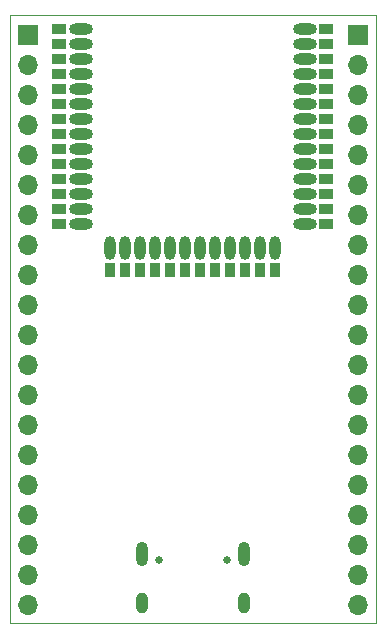
<source format=gbs>
G04 #@! TF.GenerationSoftware,KiCad,Pcbnew,8.0.5-8.0.5-0~ubuntu24.04.1*
G04 #@! TF.CreationDate,2024-09-24T16:48:19+02:00*
G04 #@! TF.ProjectId,ESP32-S2_S3-WROOM_flexypin,45535033-322d-4533-925f-53332d57524f,rev?*
G04 #@! TF.SameCoordinates,Original*
G04 #@! TF.FileFunction,Soldermask,Bot*
G04 #@! TF.FilePolarity,Negative*
%FSLAX46Y46*%
G04 Gerber Fmt 4.6, Leading zero omitted, Abs format (unit mm)*
G04 Created by KiCad (PCBNEW 8.0.5-8.0.5-0~ubuntu24.04.1) date 2024-09-24 16:48:19*
%MOMM*%
%LPD*%
G01*
G04 APERTURE LIST*
%ADD10R,1.700000X1.700000*%
%ADD11O,1.700000X1.700000*%
%ADD12O,0.950000X2.000000*%
%ADD13R,0.900000X1.300000*%
%ADD14O,2.000000X0.950000*%
%ADD15R,1.300000X0.900000*%
%ADD16C,0.650000*%
%ADD17O,1.000000X2.100000*%
%ADD18O,1.000000X1.800000*%
G04 #@! TA.AperFunction,Profile*
%ADD19C,0.100000*%
G04 #@! TD*
G04 APERTURE END LIST*
D10*
X162052000Y-81788000D03*
D11*
X162052000Y-84328000D03*
X162052000Y-86868000D03*
X162052000Y-89408000D03*
X162052000Y-91948000D03*
X162052000Y-94488000D03*
X162052000Y-97028000D03*
X162052000Y-99568000D03*
X162052000Y-102108000D03*
X162052000Y-104648000D03*
X162052000Y-107188000D03*
X162052000Y-109728000D03*
X162052000Y-112268000D03*
X162052000Y-114808000D03*
X162052000Y-117348000D03*
X162052000Y-119888000D03*
X162052000Y-122428000D03*
X162052000Y-124968000D03*
X162052000Y-127508000D03*
X162052000Y-130048000D03*
D12*
X141090000Y-99800000D03*
X142360000Y-99800000D03*
X143630000Y-99800000D03*
X144900000Y-99800000D03*
X146170000Y-99800000D03*
X147440000Y-99800000D03*
X148710000Y-99800000D03*
X149980000Y-99800000D03*
X151250000Y-99800000D03*
X152520000Y-99800000D03*
X153790000Y-99800000D03*
X155060000Y-99800000D03*
D13*
X141090000Y-101650000D03*
X142360000Y-101650000D03*
X143630000Y-101650000D03*
X144900000Y-101650000D03*
X146170000Y-101650000D03*
X147440000Y-101650000D03*
X148710000Y-101650000D03*
X149980000Y-101650000D03*
X151250000Y-101650000D03*
X152520000Y-101650000D03*
X153790000Y-101650000D03*
X155060000Y-101650000D03*
D14*
X138600000Y-81290000D03*
X138600000Y-83830000D03*
X138600000Y-85100000D03*
X138600000Y-86370000D03*
X138600000Y-87640000D03*
X138600000Y-88910000D03*
X138600000Y-90180000D03*
X138600000Y-91450000D03*
X138600000Y-92720000D03*
X138600000Y-95260000D03*
X138600000Y-97800000D03*
D15*
X136750000Y-81290000D03*
X136750000Y-82560000D03*
D14*
X138600000Y-82560000D03*
D15*
X136750000Y-83830000D03*
X136750000Y-85100000D03*
X136750000Y-86370000D03*
X136750000Y-87640000D03*
X136750000Y-88910000D03*
X136750000Y-90180000D03*
X136750000Y-91450000D03*
X136750000Y-92720000D03*
X136750000Y-93990000D03*
D14*
X138600000Y-93990000D03*
D15*
X136750000Y-95260000D03*
X136750000Y-96530000D03*
D14*
X138600000Y-96530000D03*
D15*
X136750000Y-97800000D03*
D10*
X134112000Y-81788000D03*
D11*
X134112000Y-84328000D03*
X134112000Y-86868000D03*
X134112000Y-89408000D03*
X134112000Y-91948000D03*
X134112000Y-94488000D03*
X134112000Y-97028000D03*
X134112000Y-99568000D03*
X134112000Y-102108000D03*
X134112000Y-104648000D03*
X134112000Y-107188000D03*
X134112000Y-109728000D03*
X134112000Y-112268000D03*
X134112000Y-114808000D03*
X134112000Y-117348000D03*
X134112000Y-119888000D03*
X134112000Y-122428000D03*
X134112000Y-124968000D03*
X134112000Y-127508000D03*
X134112000Y-130048000D03*
D16*
X145192000Y-126220000D03*
X150972000Y-126220000D03*
D17*
X143762000Y-125700000D03*
D18*
X143762000Y-129900000D03*
D17*
X152402000Y-125700000D03*
D18*
X152402000Y-129900000D03*
D14*
X157550000Y-97800000D03*
X157550000Y-95260000D03*
X157550000Y-92720000D03*
X157550000Y-91450000D03*
X157550000Y-90180000D03*
X157550000Y-88910000D03*
X157550000Y-87640000D03*
X157550000Y-86370000D03*
X157550000Y-85100000D03*
X157550000Y-83830000D03*
X157550000Y-82560000D03*
X157550000Y-81290000D03*
D15*
X159400000Y-97800000D03*
X159400000Y-96530000D03*
D14*
X157550000Y-96530000D03*
D15*
X159400000Y-95260000D03*
X159400000Y-93990000D03*
D14*
X157550000Y-93990000D03*
D15*
X159400000Y-92720000D03*
X159400000Y-91450000D03*
X159400000Y-90180000D03*
X159400000Y-88910000D03*
X159400000Y-87640000D03*
X159400000Y-86370000D03*
X159400000Y-85100000D03*
X159400000Y-83830000D03*
X159400000Y-82560000D03*
X159400000Y-81290000D03*
D19*
X132588000Y-80100000D02*
X163576000Y-80100000D01*
X163576000Y-131580000D02*
X132588000Y-131580000D01*
X163576000Y-80100000D02*
X163576000Y-131580000D01*
X132588000Y-131580000D02*
X132588000Y-80100000D01*
M02*

</source>
